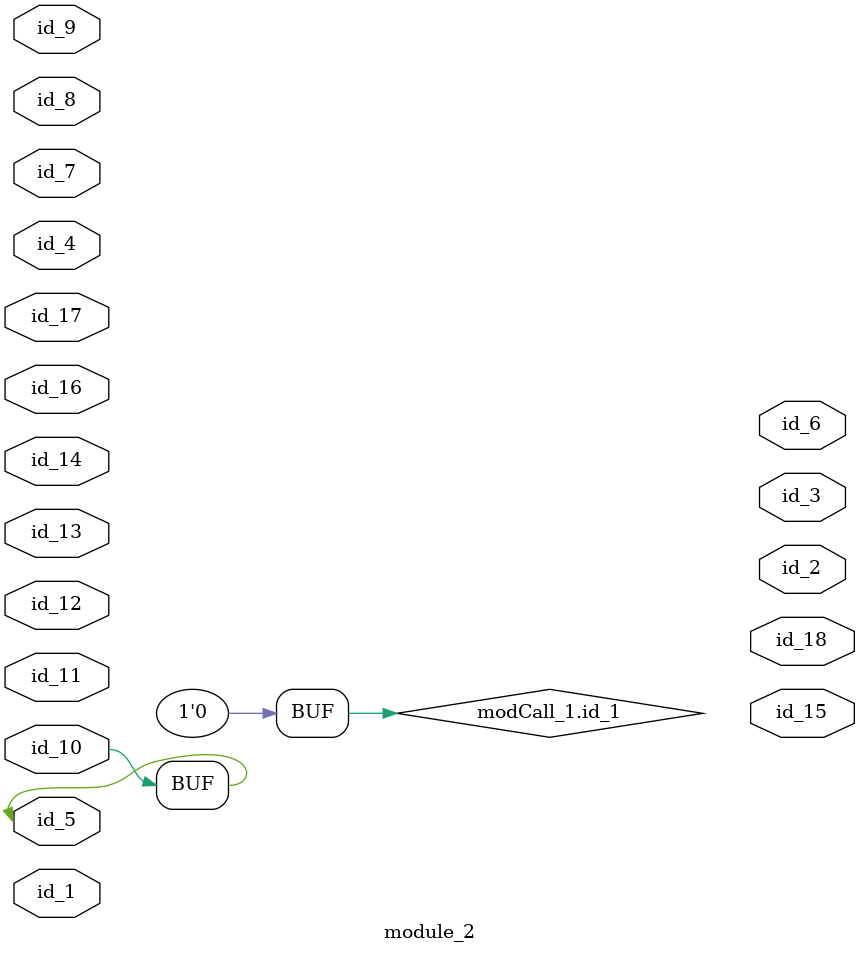
<source format=v>
module module_0;
  always if (1'b0) id_1 <= (id_1);
endmodule
module module_1 ();
  wire id_1;
  module_0 modCall_1 ();
  wire id_2;
endmodule
module module_2 (
    id_1,
    id_2,
    id_3,
    id_4,
    id_5,
    id_6,
    id_7,
    id_8,
    id_9,
    id_10,
    id_11,
    id_12,
    id_13,
    id_14,
    id_15,
    id_16,
    id_17,
    id_18
);
  output wire id_18;
  inout wire id_17;
  inout wire id_16;
  output wire id_15;
  inout wire id_14;
  inout wire id_13;
  inout wire id_12;
  inout wire id_11;
  inout wire id_10;
  input wire id_9;
  inout wire id_8;
  inout wire id_7;
  output wire id_6;
  inout wire id_5;
  input wire id_4;
  output wire id_3;
  output wire id_2;
  inout wire id_1;
  assign id_5 = id_10;
  module_0 modCall_1 ();
  assign modCall_1.id_1 = 0;
  localparam id_19 = 1;
endmodule

</source>
